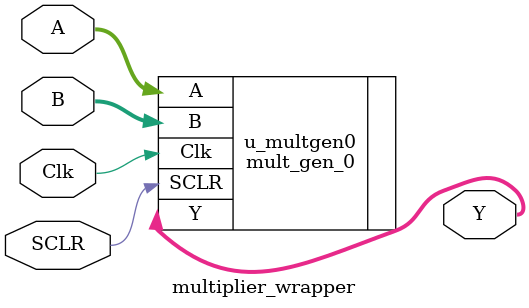
<source format=sv>
module modulator(input logic Clk,
                 input logic Clk_441,
                 input logic Reset,
                 input logic mod_en,
                 input logic [21:0] frequency_word_mod,
                 input logic signed [15:0] data_in,
                 output logic signed [15:0] data_out);
    
    //localparam int Ts =                   
    
    //multiplier_wrapper mixer(.Clk(Clk), .SCLR(Reset));
        
endmodule

module multiplier_wrapper(input logic Clk, 
                          input logic SCLR, 
                          input logic signed [15:0] A, 
                          input logic signed [15:0]B, 
                          output logic signed [31:0] Y);
                          
    mult_gen_0 u_multgen0(
                          .Clk, 
                          .SCLR, 
                          .A, 
                          .B, 
                          .Y
                          );                            
endmodule
</source>
